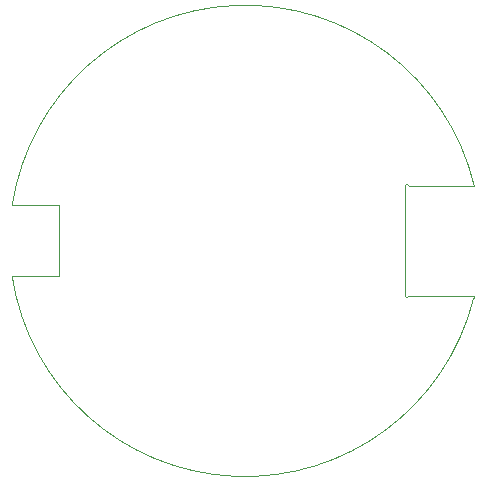
<source format=gbr>
%TF.GenerationSoftware,KiCad,Pcbnew,(6.0.5-0)*%
%TF.CreationDate,2022-09-09T19:09:33+08:00*%
%TF.ProjectId,Nebula,4e656275-6c61-42e6-9b69-6361645f7063,rev?*%
%TF.SameCoordinates,Original*%
%TF.FileFunction,Profile,NP*%
%FSLAX46Y46*%
G04 Gerber Fmt 4.6, Leading zero omitted, Abs format (unit mm)*
G04 Created by KiCad (PCBNEW (6.0.5-0)) date 2022-09-09 19:09:33*
%MOMM*%
%LPD*%
G01*
G04 APERTURE LIST*
%TA.AperFunction,Profile*%
%ADD10C,0.100000*%
%TD*%
%TA.AperFunction,Profile*%
%ADD11C,0.010000*%
%TD*%
G04 APERTURE END LIST*
D10*
X139823584Y-93000000D02*
X139823584Y-87000000D01*
X174750000Y-94650000D02*
X175000000Y-94650000D01*
X174750000Y-85350000D02*
X175023583Y-85350000D01*
X139823584Y-87000000D02*
X135901459Y-86996629D01*
X175000000Y-94650000D02*
X174990000Y-94750000D01*
X174990000Y-94750000D02*
X174971273Y-94849421D01*
X139823584Y-93000000D02*
X135897802Y-93003927D01*
X175023576Y-85350002D02*
G75*
G03*
X135901459Y-86996629I-19399996J-4649998D01*
G01*
X135897802Y-93003927D02*
G75*
G03*
X174971273Y-94849421I19722198J3003927D01*
G01*
D11*
%TO.C,J1*%
X169180000Y-85350000D02*
X169180000Y-94650000D01*
X174750000Y-94650000D02*
X169480000Y-94650000D01*
X174750000Y-85350000D02*
X169480000Y-85350000D01*
X169330000Y-94800000D02*
G75*
G03*
X169480000Y-94650000I0J150000D01*
G01*
X169330000Y-85200000D02*
G75*
G03*
X169180000Y-85350000I0J-150000D01*
G01*
X169480000Y-85350000D02*
G75*
G03*
X169330000Y-85200000I-150000J0D01*
G01*
X169180000Y-94650000D02*
G75*
G03*
X169330000Y-94800000I150000J0D01*
G01*
%TD*%
M02*

</source>
